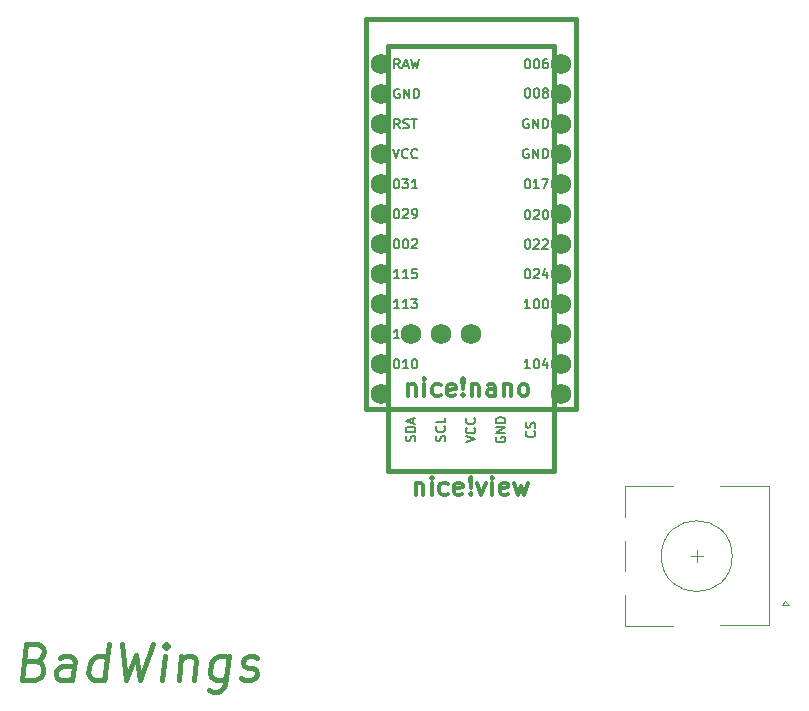
<source format=gbr>
%TF.GenerationSoftware,KiCad,Pcbnew,9.0.5*%
%TF.CreationDate,2025-11-08T17:13:18+10:00*%
%TF.ProjectId,badWingsLeft,62616457-696e-4677-934c-6566742e6b69,v1.0.0*%
%TF.SameCoordinates,Original*%
%TF.FileFunction,Legend,Top*%
%TF.FilePolarity,Positive*%
%FSLAX46Y46*%
G04 Gerber Fmt 4.6, Leading zero omitted, Abs format (unit mm)*
G04 Created by KiCad (PCBNEW 9.0.5) date 2025-11-08 17:13:18*
%MOMM*%
%LPD*%
G01*
G04 APERTURE LIST*
%ADD10C,0.400000*%
%ADD11C,0.300000*%
%ADD12C,0.150000*%
%ADD13C,0.381000*%
%ADD14C,0.120000*%
%ADD15C,1.752600*%
G04 APERTURE END LIST*
D10*
X132530710Y-176468102D02*
X132941424Y-176610959D01*
X132941424Y-176610959D02*
X133066424Y-176753816D01*
X133066424Y-176753816D02*
X133173567Y-177039531D01*
X133173567Y-177039531D02*
X133119995Y-177468102D01*
X133119995Y-177468102D02*
X132941424Y-177753816D01*
X132941424Y-177753816D02*
X132780710Y-177896674D01*
X132780710Y-177896674D02*
X132477138Y-178039531D01*
X132477138Y-178039531D02*
X131334281Y-178039531D01*
X131334281Y-178039531D02*
X131709281Y-175039531D01*
X131709281Y-175039531D02*
X132709281Y-175039531D01*
X132709281Y-175039531D02*
X132977138Y-175182388D01*
X132977138Y-175182388D02*
X133102138Y-175325245D01*
X133102138Y-175325245D02*
X133209281Y-175610959D01*
X133209281Y-175610959D02*
X133173567Y-175896674D01*
X133173567Y-175896674D02*
X132994995Y-176182388D01*
X132994995Y-176182388D02*
X132834281Y-176325245D01*
X132834281Y-176325245D02*
X132530710Y-176468102D01*
X132530710Y-176468102D02*
X131530710Y-176468102D01*
X135619995Y-178039531D02*
X135816424Y-176468102D01*
X135816424Y-176468102D02*
X135709281Y-176182388D01*
X135709281Y-176182388D02*
X135441424Y-176039531D01*
X135441424Y-176039531D02*
X134869995Y-176039531D01*
X134869995Y-176039531D02*
X134566424Y-176182388D01*
X135637853Y-177896674D02*
X135334281Y-178039531D01*
X135334281Y-178039531D02*
X134619995Y-178039531D01*
X134619995Y-178039531D02*
X134352138Y-177896674D01*
X134352138Y-177896674D02*
X134244995Y-177610959D01*
X134244995Y-177610959D02*
X134280710Y-177325245D01*
X134280710Y-177325245D02*
X134459281Y-177039531D01*
X134459281Y-177039531D02*
X134762853Y-176896674D01*
X134762853Y-176896674D02*
X135477138Y-176896674D01*
X135477138Y-176896674D02*
X135780710Y-176753816D01*
X138334281Y-178039531D02*
X138709281Y-175039531D01*
X138352139Y-177896674D02*
X138048567Y-178039531D01*
X138048567Y-178039531D02*
X137477139Y-178039531D01*
X137477139Y-178039531D02*
X137209281Y-177896674D01*
X137209281Y-177896674D02*
X137084281Y-177753816D01*
X137084281Y-177753816D02*
X136977139Y-177468102D01*
X136977139Y-177468102D02*
X137084281Y-176610959D01*
X137084281Y-176610959D02*
X137262853Y-176325245D01*
X137262853Y-176325245D02*
X137423567Y-176182388D01*
X137423567Y-176182388D02*
X137727139Y-176039531D01*
X137727139Y-176039531D02*
X138298567Y-176039531D01*
X138298567Y-176039531D02*
X138566424Y-176182388D01*
X139852139Y-175039531D02*
X140191425Y-178039531D01*
X140191425Y-178039531D02*
X141030710Y-175896674D01*
X141030710Y-175896674D02*
X141334282Y-178039531D01*
X141334282Y-178039531D02*
X142423567Y-175039531D01*
X143191424Y-178039531D02*
X143441424Y-176039531D01*
X143566424Y-175039531D02*
X143405710Y-175182388D01*
X143405710Y-175182388D02*
X143530710Y-175325245D01*
X143530710Y-175325245D02*
X143691424Y-175182388D01*
X143691424Y-175182388D02*
X143566424Y-175039531D01*
X143566424Y-175039531D02*
X143530710Y-175325245D01*
X144869995Y-176039531D02*
X144619995Y-178039531D01*
X144834281Y-176325245D02*
X144994995Y-176182388D01*
X144994995Y-176182388D02*
X145298567Y-176039531D01*
X145298567Y-176039531D02*
X145727138Y-176039531D01*
X145727138Y-176039531D02*
X145994995Y-176182388D01*
X145994995Y-176182388D02*
X146102138Y-176468102D01*
X146102138Y-176468102D02*
X145905709Y-178039531D01*
X148869995Y-176039531D02*
X148566424Y-178468102D01*
X148566424Y-178468102D02*
X148387853Y-178753816D01*
X148387853Y-178753816D02*
X148227138Y-178896674D01*
X148227138Y-178896674D02*
X147923567Y-179039531D01*
X147923567Y-179039531D02*
X147494995Y-179039531D01*
X147494995Y-179039531D02*
X147227138Y-178896674D01*
X148637853Y-177896674D02*
X148334281Y-178039531D01*
X148334281Y-178039531D02*
X147762853Y-178039531D01*
X147762853Y-178039531D02*
X147494995Y-177896674D01*
X147494995Y-177896674D02*
X147369995Y-177753816D01*
X147369995Y-177753816D02*
X147262853Y-177468102D01*
X147262853Y-177468102D02*
X147369995Y-176610959D01*
X147369995Y-176610959D02*
X147548567Y-176325245D01*
X147548567Y-176325245D02*
X147709281Y-176182388D01*
X147709281Y-176182388D02*
X148012853Y-176039531D01*
X148012853Y-176039531D02*
X148584281Y-176039531D01*
X148584281Y-176039531D02*
X148852138Y-176182388D01*
X149923567Y-177896674D02*
X150191424Y-178039531D01*
X150191424Y-178039531D02*
X150762853Y-178039531D01*
X150762853Y-178039531D02*
X151066424Y-177896674D01*
X151066424Y-177896674D02*
X151244996Y-177610959D01*
X151244996Y-177610959D02*
X151262853Y-177468102D01*
X151262853Y-177468102D02*
X151155710Y-177182388D01*
X151155710Y-177182388D02*
X150887853Y-177039531D01*
X150887853Y-177039531D02*
X150459281Y-177039531D01*
X150459281Y-177039531D02*
X150191424Y-176896674D01*
X150191424Y-176896674D02*
X150084281Y-176610959D01*
X150084281Y-176610959D02*
X150102139Y-176468102D01*
X150102139Y-176468102D02*
X150280710Y-176182388D01*
X150280710Y-176182388D02*
X150584281Y-176039531D01*
X150584281Y-176039531D02*
X151012853Y-176039531D01*
X151012853Y-176039531D02*
X151280710Y-176182388D01*
D11*
X164696136Y-161350802D02*
X164696136Y-162350802D01*
X164696136Y-161493659D02*
X164767565Y-161422231D01*
X164767565Y-161422231D02*
X164910422Y-161350802D01*
X164910422Y-161350802D02*
X165124708Y-161350802D01*
X165124708Y-161350802D02*
X165267565Y-161422231D01*
X165267565Y-161422231D02*
X165338994Y-161565088D01*
X165338994Y-161565088D02*
X165338994Y-162350802D01*
X166053279Y-162350802D02*
X166053279Y-161350802D01*
X166053279Y-160850802D02*
X165981851Y-160922231D01*
X165981851Y-160922231D02*
X166053279Y-160993659D01*
X166053279Y-160993659D02*
X166124708Y-160922231D01*
X166124708Y-160922231D02*
X166053279Y-160850802D01*
X166053279Y-160850802D02*
X166053279Y-160993659D01*
X167410423Y-162279374D02*
X167267565Y-162350802D01*
X167267565Y-162350802D02*
X166981851Y-162350802D01*
X166981851Y-162350802D02*
X166838994Y-162279374D01*
X166838994Y-162279374D02*
X166767565Y-162207945D01*
X166767565Y-162207945D02*
X166696137Y-162065088D01*
X166696137Y-162065088D02*
X166696137Y-161636516D01*
X166696137Y-161636516D02*
X166767565Y-161493659D01*
X166767565Y-161493659D02*
X166838994Y-161422231D01*
X166838994Y-161422231D02*
X166981851Y-161350802D01*
X166981851Y-161350802D02*
X167267565Y-161350802D01*
X167267565Y-161350802D02*
X167410423Y-161422231D01*
X168624708Y-162279374D02*
X168481851Y-162350802D01*
X168481851Y-162350802D02*
X168196137Y-162350802D01*
X168196137Y-162350802D02*
X168053279Y-162279374D01*
X168053279Y-162279374D02*
X167981851Y-162136516D01*
X167981851Y-162136516D02*
X167981851Y-161565088D01*
X167981851Y-161565088D02*
X168053279Y-161422231D01*
X168053279Y-161422231D02*
X168196137Y-161350802D01*
X168196137Y-161350802D02*
X168481851Y-161350802D01*
X168481851Y-161350802D02*
X168624708Y-161422231D01*
X168624708Y-161422231D02*
X168696137Y-161565088D01*
X168696137Y-161565088D02*
X168696137Y-161707945D01*
X168696137Y-161707945D02*
X167981851Y-161850802D01*
X169338993Y-162207945D02*
X169410422Y-162279374D01*
X169410422Y-162279374D02*
X169338993Y-162350802D01*
X169338993Y-162350802D02*
X169267565Y-162279374D01*
X169267565Y-162279374D02*
X169338993Y-162207945D01*
X169338993Y-162207945D02*
X169338993Y-162350802D01*
X169338993Y-161779374D02*
X169267565Y-160922231D01*
X169267565Y-160922231D02*
X169338993Y-160850802D01*
X169338993Y-160850802D02*
X169410422Y-160922231D01*
X169410422Y-160922231D02*
X169338993Y-161779374D01*
X169338993Y-161779374D02*
X169338993Y-160850802D01*
X169910422Y-161350802D02*
X170267565Y-162350802D01*
X170267565Y-162350802D02*
X170624708Y-161350802D01*
X171196136Y-162350802D02*
X171196136Y-161350802D01*
X171196136Y-160850802D02*
X171124708Y-160922231D01*
X171124708Y-160922231D02*
X171196136Y-160993659D01*
X171196136Y-160993659D02*
X171267565Y-160922231D01*
X171267565Y-160922231D02*
X171196136Y-160850802D01*
X171196136Y-160850802D02*
X171196136Y-160993659D01*
X172481851Y-162279374D02*
X172338994Y-162350802D01*
X172338994Y-162350802D02*
X172053280Y-162350802D01*
X172053280Y-162350802D02*
X171910422Y-162279374D01*
X171910422Y-162279374D02*
X171838994Y-162136516D01*
X171838994Y-162136516D02*
X171838994Y-161565088D01*
X171838994Y-161565088D02*
X171910422Y-161422231D01*
X171910422Y-161422231D02*
X172053280Y-161350802D01*
X172053280Y-161350802D02*
X172338994Y-161350802D01*
X172338994Y-161350802D02*
X172481851Y-161422231D01*
X172481851Y-161422231D02*
X172553280Y-161565088D01*
X172553280Y-161565088D02*
X172553280Y-161707945D01*
X172553280Y-161707945D02*
X171838994Y-161850802D01*
X173053279Y-161350802D02*
X173338994Y-162350802D01*
X173338994Y-162350802D02*
X173624708Y-161636516D01*
X173624708Y-161636516D02*
X173910422Y-162350802D01*
X173910422Y-162350802D02*
X174196136Y-161350802D01*
D12*
X168937003Y-157939140D02*
X169737003Y-157672473D01*
X169737003Y-157672473D02*
X168937003Y-157405807D01*
X169660812Y-156681997D02*
X169698908Y-156720093D01*
X169698908Y-156720093D02*
X169737003Y-156834378D01*
X169737003Y-156834378D02*
X169737003Y-156910569D01*
X169737003Y-156910569D02*
X169698908Y-157024855D01*
X169698908Y-157024855D02*
X169622717Y-157101045D01*
X169622717Y-157101045D02*
X169546527Y-157139140D01*
X169546527Y-157139140D02*
X169394146Y-157177236D01*
X169394146Y-157177236D02*
X169279860Y-157177236D01*
X169279860Y-157177236D02*
X169127479Y-157139140D01*
X169127479Y-157139140D02*
X169051288Y-157101045D01*
X169051288Y-157101045D02*
X168975098Y-157024855D01*
X168975098Y-157024855D02*
X168937003Y-156910569D01*
X168937003Y-156910569D02*
X168937003Y-156834378D01*
X168937003Y-156834378D02*
X168975098Y-156720093D01*
X168975098Y-156720093D02*
X169013193Y-156681997D01*
X169660812Y-155881997D02*
X169698908Y-155920093D01*
X169698908Y-155920093D02*
X169737003Y-156034378D01*
X169737003Y-156034378D02*
X169737003Y-156110569D01*
X169737003Y-156110569D02*
X169698908Y-156224855D01*
X169698908Y-156224855D02*
X169622717Y-156301045D01*
X169622717Y-156301045D02*
X169546527Y-156339140D01*
X169546527Y-156339140D02*
X169394146Y-156377236D01*
X169394146Y-156377236D02*
X169279860Y-156377236D01*
X169279860Y-156377236D02*
X169127479Y-156339140D01*
X169127479Y-156339140D02*
X169051288Y-156301045D01*
X169051288Y-156301045D02*
X168975098Y-156224855D01*
X168975098Y-156224855D02*
X168937003Y-156110569D01*
X168937003Y-156110569D02*
X168937003Y-156034378D01*
X168937003Y-156034378D02*
X168975098Y-155920093D01*
X168975098Y-155920093D02*
X169013193Y-155881997D01*
X164618908Y-157843902D02*
X164657003Y-157729616D01*
X164657003Y-157729616D02*
X164657003Y-157539140D01*
X164657003Y-157539140D02*
X164618908Y-157462949D01*
X164618908Y-157462949D02*
X164580812Y-157424854D01*
X164580812Y-157424854D02*
X164504622Y-157386759D01*
X164504622Y-157386759D02*
X164428431Y-157386759D01*
X164428431Y-157386759D02*
X164352241Y-157424854D01*
X164352241Y-157424854D02*
X164314146Y-157462949D01*
X164314146Y-157462949D02*
X164276050Y-157539140D01*
X164276050Y-157539140D02*
X164237955Y-157691521D01*
X164237955Y-157691521D02*
X164199860Y-157767711D01*
X164199860Y-157767711D02*
X164161765Y-157805806D01*
X164161765Y-157805806D02*
X164085574Y-157843902D01*
X164085574Y-157843902D02*
X164009384Y-157843902D01*
X164009384Y-157843902D02*
X163933193Y-157805806D01*
X163933193Y-157805806D02*
X163895098Y-157767711D01*
X163895098Y-157767711D02*
X163857003Y-157691521D01*
X163857003Y-157691521D02*
X163857003Y-157501044D01*
X163857003Y-157501044D02*
X163895098Y-157386759D01*
X164657003Y-157043901D02*
X163857003Y-157043901D01*
X163857003Y-157043901D02*
X163857003Y-156853425D01*
X163857003Y-156853425D02*
X163895098Y-156739139D01*
X163895098Y-156739139D02*
X163971288Y-156662949D01*
X163971288Y-156662949D02*
X164047479Y-156624854D01*
X164047479Y-156624854D02*
X164199860Y-156586758D01*
X164199860Y-156586758D02*
X164314146Y-156586758D01*
X164314146Y-156586758D02*
X164466527Y-156624854D01*
X164466527Y-156624854D02*
X164542717Y-156662949D01*
X164542717Y-156662949D02*
X164618908Y-156739139D01*
X164618908Y-156739139D02*
X164657003Y-156853425D01*
X164657003Y-156853425D02*
X164657003Y-157043901D01*
X164428431Y-156281997D02*
X164428431Y-155901044D01*
X164657003Y-156358187D02*
X163857003Y-156091520D01*
X163857003Y-156091520D02*
X164657003Y-155824854D01*
X171515098Y-157481997D02*
X171477003Y-157558187D01*
X171477003Y-157558187D02*
X171477003Y-157672473D01*
X171477003Y-157672473D02*
X171515098Y-157786759D01*
X171515098Y-157786759D02*
X171591288Y-157862949D01*
X171591288Y-157862949D02*
X171667479Y-157901044D01*
X171667479Y-157901044D02*
X171819860Y-157939140D01*
X171819860Y-157939140D02*
X171934146Y-157939140D01*
X171934146Y-157939140D02*
X172086527Y-157901044D01*
X172086527Y-157901044D02*
X172162717Y-157862949D01*
X172162717Y-157862949D02*
X172238908Y-157786759D01*
X172238908Y-157786759D02*
X172277003Y-157672473D01*
X172277003Y-157672473D02*
X172277003Y-157596282D01*
X172277003Y-157596282D02*
X172238908Y-157481997D01*
X172238908Y-157481997D02*
X172200812Y-157443901D01*
X172200812Y-157443901D02*
X171934146Y-157443901D01*
X171934146Y-157443901D02*
X171934146Y-157596282D01*
X172277003Y-157101044D02*
X171477003Y-157101044D01*
X171477003Y-157101044D02*
X172277003Y-156643901D01*
X172277003Y-156643901D02*
X171477003Y-156643901D01*
X172277003Y-156262949D02*
X171477003Y-156262949D01*
X171477003Y-156262949D02*
X171477003Y-156072473D01*
X171477003Y-156072473D02*
X171515098Y-155958187D01*
X171515098Y-155958187D02*
X171591288Y-155881997D01*
X171591288Y-155881997D02*
X171667479Y-155843902D01*
X171667479Y-155843902D02*
X171819860Y-155805806D01*
X171819860Y-155805806D02*
X171934146Y-155805806D01*
X171934146Y-155805806D02*
X172086527Y-155843902D01*
X172086527Y-155843902D02*
X172162717Y-155881997D01*
X172162717Y-155881997D02*
X172238908Y-155958187D01*
X172238908Y-155958187D02*
X172277003Y-156072473D01*
X172277003Y-156072473D02*
X172277003Y-156262949D01*
X167158908Y-157824855D02*
X167197003Y-157710569D01*
X167197003Y-157710569D02*
X167197003Y-157520093D01*
X167197003Y-157520093D02*
X167158908Y-157443902D01*
X167158908Y-157443902D02*
X167120812Y-157405807D01*
X167120812Y-157405807D02*
X167044622Y-157367712D01*
X167044622Y-157367712D02*
X166968431Y-157367712D01*
X166968431Y-157367712D02*
X166892241Y-157405807D01*
X166892241Y-157405807D02*
X166854146Y-157443902D01*
X166854146Y-157443902D02*
X166816050Y-157520093D01*
X166816050Y-157520093D02*
X166777955Y-157672474D01*
X166777955Y-157672474D02*
X166739860Y-157748664D01*
X166739860Y-157748664D02*
X166701765Y-157786759D01*
X166701765Y-157786759D02*
X166625574Y-157824855D01*
X166625574Y-157824855D02*
X166549384Y-157824855D01*
X166549384Y-157824855D02*
X166473193Y-157786759D01*
X166473193Y-157786759D02*
X166435098Y-157748664D01*
X166435098Y-157748664D02*
X166397003Y-157672474D01*
X166397003Y-157672474D02*
X166397003Y-157481997D01*
X166397003Y-157481997D02*
X166435098Y-157367712D01*
X167120812Y-156567711D02*
X167158908Y-156605807D01*
X167158908Y-156605807D02*
X167197003Y-156720092D01*
X167197003Y-156720092D02*
X167197003Y-156796283D01*
X167197003Y-156796283D02*
X167158908Y-156910569D01*
X167158908Y-156910569D02*
X167082717Y-156986759D01*
X167082717Y-156986759D02*
X167006527Y-157024854D01*
X167006527Y-157024854D02*
X166854146Y-157062950D01*
X166854146Y-157062950D02*
X166739860Y-157062950D01*
X166739860Y-157062950D02*
X166587479Y-157024854D01*
X166587479Y-157024854D02*
X166511288Y-156986759D01*
X166511288Y-156986759D02*
X166435098Y-156910569D01*
X166435098Y-156910569D02*
X166397003Y-156796283D01*
X166397003Y-156796283D02*
X166397003Y-156720092D01*
X166397003Y-156720092D02*
X166435098Y-156605807D01*
X166435098Y-156605807D02*
X166473193Y-156567711D01*
X167197003Y-155843902D02*
X167197003Y-156224854D01*
X167197003Y-156224854D02*
X166397003Y-156224854D01*
X174740814Y-157005807D02*
X174778910Y-157043903D01*
X174778910Y-157043903D02*
X174817005Y-157158188D01*
X174817005Y-157158188D02*
X174817005Y-157234379D01*
X174817005Y-157234379D02*
X174778910Y-157348665D01*
X174778910Y-157348665D02*
X174702719Y-157424855D01*
X174702719Y-157424855D02*
X174626529Y-157462950D01*
X174626529Y-157462950D02*
X174474148Y-157501046D01*
X174474148Y-157501046D02*
X174359862Y-157501046D01*
X174359862Y-157501046D02*
X174207481Y-157462950D01*
X174207481Y-157462950D02*
X174131290Y-157424855D01*
X174131290Y-157424855D02*
X174055100Y-157348665D01*
X174055100Y-157348665D02*
X174017005Y-157234379D01*
X174017005Y-157234379D02*
X174017005Y-157158188D01*
X174017005Y-157158188D02*
X174055100Y-157043903D01*
X174055100Y-157043903D02*
X174093195Y-157005807D01*
X174778910Y-156701046D02*
X174817005Y-156586760D01*
X174817005Y-156586760D02*
X174817005Y-156396284D01*
X174817005Y-156396284D02*
X174778910Y-156320093D01*
X174778910Y-156320093D02*
X174740814Y-156281998D01*
X174740814Y-156281998D02*
X174664624Y-156243903D01*
X174664624Y-156243903D02*
X174588433Y-156243903D01*
X174588433Y-156243903D02*
X174512243Y-156281998D01*
X174512243Y-156281998D02*
X174474148Y-156320093D01*
X174474148Y-156320093D02*
X174436052Y-156396284D01*
X174436052Y-156396284D02*
X174397957Y-156548665D01*
X174397957Y-156548665D02*
X174359862Y-156624855D01*
X174359862Y-156624855D02*
X174321767Y-156662950D01*
X174321767Y-156662950D02*
X174245576Y-156701046D01*
X174245576Y-156701046D02*
X174169386Y-156701046D01*
X174169386Y-156701046D02*
X174093195Y-156662950D01*
X174093195Y-156662950D02*
X174055100Y-156624855D01*
X174055100Y-156624855D02*
X174017005Y-156548665D01*
X174017005Y-156548665D02*
X174017005Y-156358188D01*
X174017005Y-156358188D02*
X174055100Y-156243903D01*
X163348612Y-126264764D02*
X163081945Y-125883811D01*
X162891469Y-126264764D02*
X162891469Y-125464764D01*
X162891469Y-125464764D02*
X163196231Y-125464764D01*
X163196231Y-125464764D02*
X163272421Y-125502859D01*
X163272421Y-125502859D02*
X163310516Y-125540954D01*
X163310516Y-125540954D02*
X163348612Y-125617145D01*
X163348612Y-125617145D02*
X163348612Y-125731430D01*
X163348612Y-125731430D02*
X163310516Y-125807621D01*
X163310516Y-125807621D02*
X163272421Y-125845716D01*
X163272421Y-125845716D02*
X163196231Y-125883811D01*
X163196231Y-125883811D02*
X162891469Y-125883811D01*
X163653373Y-126036192D02*
X164034326Y-126036192D01*
X163577183Y-126264764D02*
X163843850Y-125464764D01*
X163843850Y-125464764D02*
X164110516Y-126264764D01*
X164300992Y-125464764D02*
X164491468Y-126264764D01*
X164491468Y-126264764D02*
X164643849Y-125693335D01*
X164643849Y-125693335D02*
X164796230Y-126264764D01*
X164796230Y-126264764D02*
X164986707Y-125464764D01*
X174378564Y-151664764D02*
X173921421Y-151664764D01*
X174149993Y-151664764D02*
X174149993Y-150864764D01*
X174149993Y-150864764D02*
X174073802Y-150979049D01*
X174073802Y-150979049D02*
X173997612Y-151055240D01*
X173997612Y-151055240D02*
X173921421Y-151093335D01*
X174873803Y-150864764D02*
X174949993Y-150864764D01*
X174949993Y-150864764D02*
X175026184Y-150902859D01*
X175026184Y-150902859D02*
X175064279Y-150940954D01*
X175064279Y-150940954D02*
X175102374Y-151017145D01*
X175102374Y-151017145D02*
X175140469Y-151169526D01*
X175140469Y-151169526D02*
X175140469Y-151360002D01*
X175140469Y-151360002D02*
X175102374Y-151512383D01*
X175102374Y-151512383D02*
X175064279Y-151588573D01*
X175064279Y-151588573D02*
X175026184Y-151626669D01*
X175026184Y-151626669D02*
X174949993Y-151664764D01*
X174949993Y-151664764D02*
X174873803Y-151664764D01*
X174873803Y-151664764D02*
X174797612Y-151626669D01*
X174797612Y-151626669D02*
X174759517Y-151588573D01*
X174759517Y-151588573D02*
X174721422Y-151512383D01*
X174721422Y-151512383D02*
X174683326Y-151360002D01*
X174683326Y-151360002D02*
X174683326Y-151169526D01*
X174683326Y-151169526D02*
X174721422Y-151017145D01*
X174721422Y-151017145D02*
X174759517Y-150940954D01*
X174759517Y-150940954D02*
X174797612Y-150902859D01*
X174797612Y-150902859D02*
X174873803Y-150864764D01*
X175826184Y-151131430D02*
X175826184Y-151664764D01*
X175635708Y-150826669D02*
X175445231Y-151398097D01*
X175445231Y-151398097D02*
X175940470Y-151398097D01*
X174226184Y-133122859D02*
X174149994Y-133084764D01*
X174149994Y-133084764D02*
X174035708Y-133084764D01*
X174035708Y-133084764D02*
X173921422Y-133122859D01*
X173921422Y-133122859D02*
X173845232Y-133199049D01*
X173845232Y-133199049D02*
X173807137Y-133275240D01*
X173807137Y-133275240D02*
X173769041Y-133427621D01*
X173769041Y-133427621D02*
X173769041Y-133541907D01*
X173769041Y-133541907D02*
X173807137Y-133694288D01*
X173807137Y-133694288D02*
X173845232Y-133770478D01*
X173845232Y-133770478D02*
X173921422Y-133846669D01*
X173921422Y-133846669D02*
X174035708Y-133884764D01*
X174035708Y-133884764D02*
X174111899Y-133884764D01*
X174111899Y-133884764D02*
X174226184Y-133846669D01*
X174226184Y-133846669D02*
X174264280Y-133808573D01*
X174264280Y-133808573D02*
X174264280Y-133541907D01*
X174264280Y-133541907D02*
X174111899Y-133541907D01*
X174607137Y-133884764D02*
X174607137Y-133084764D01*
X174607137Y-133084764D02*
X175064280Y-133884764D01*
X175064280Y-133884764D02*
X175064280Y-133084764D01*
X175445232Y-133884764D02*
X175445232Y-133084764D01*
X175445232Y-133084764D02*
X175635708Y-133084764D01*
X175635708Y-133084764D02*
X175749994Y-133122859D01*
X175749994Y-133122859D02*
X175826184Y-133199049D01*
X175826184Y-133199049D02*
X175864279Y-133275240D01*
X175864279Y-133275240D02*
X175902375Y-133427621D01*
X175902375Y-133427621D02*
X175902375Y-133541907D01*
X175902375Y-133541907D02*
X175864279Y-133694288D01*
X175864279Y-133694288D02*
X175826184Y-133770478D01*
X175826184Y-133770478D02*
X175749994Y-133846669D01*
X175749994Y-133846669D02*
X175635708Y-133884764D01*
X175635708Y-133884764D02*
X175445232Y-133884764D01*
X163304186Y-144044767D02*
X162847043Y-144044767D01*
X163075615Y-144044767D02*
X163075615Y-143244767D01*
X163075615Y-143244767D02*
X162999424Y-143359052D01*
X162999424Y-143359052D02*
X162923234Y-143435243D01*
X162923234Y-143435243D02*
X162847043Y-143473338D01*
X164066091Y-144044767D02*
X163608948Y-144044767D01*
X163837520Y-144044767D02*
X163837520Y-143244767D01*
X163837520Y-143244767D02*
X163761329Y-143359052D01*
X163761329Y-143359052D02*
X163685139Y-143435243D01*
X163685139Y-143435243D02*
X163608948Y-143473338D01*
X164789901Y-143244767D02*
X164408949Y-143244767D01*
X164408949Y-143244767D02*
X164370853Y-143625719D01*
X164370853Y-143625719D02*
X164408949Y-143587624D01*
X164408949Y-143587624D02*
X164485139Y-143549529D01*
X164485139Y-143549529D02*
X164675615Y-143549529D01*
X164675615Y-143549529D02*
X164751806Y-143587624D01*
X164751806Y-143587624D02*
X164789901Y-143625719D01*
X164789901Y-143625719D02*
X164827996Y-143701910D01*
X164827996Y-143701910D02*
X164827996Y-143892386D01*
X164827996Y-143892386D02*
X164789901Y-143968576D01*
X164789901Y-143968576D02*
X164751806Y-144006672D01*
X164751806Y-144006672D02*
X164675615Y-144044767D01*
X164675615Y-144044767D02*
X164485139Y-144044767D01*
X164485139Y-144044767D02*
X164408949Y-144006672D01*
X164408949Y-144006672D02*
X164370853Y-143968576D01*
X174111898Y-135634764D02*
X174188088Y-135634764D01*
X174188088Y-135634764D02*
X174264279Y-135672859D01*
X174264279Y-135672859D02*
X174302374Y-135710954D01*
X174302374Y-135710954D02*
X174340469Y-135787145D01*
X174340469Y-135787145D02*
X174378564Y-135939526D01*
X174378564Y-135939526D02*
X174378564Y-136130002D01*
X174378564Y-136130002D02*
X174340469Y-136282383D01*
X174340469Y-136282383D02*
X174302374Y-136358573D01*
X174302374Y-136358573D02*
X174264279Y-136396669D01*
X174264279Y-136396669D02*
X174188088Y-136434764D01*
X174188088Y-136434764D02*
X174111898Y-136434764D01*
X174111898Y-136434764D02*
X174035707Y-136396669D01*
X174035707Y-136396669D02*
X173997612Y-136358573D01*
X173997612Y-136358573D02*
X173959517Y-136282383D01*
X173959517Y-136282383D02*
X173921421Y-136130002D01*
X173921421Y-136130002D02*
X173921421Y-135939526D01*
X173921421Y-135939526D02*
X173959517Y-135787145D01*
X173959517Y-135787145D02*
X173997612Y-135710954D01*
X173997612Y-135710954D02*
X174035707Y-135672859D01*
X174035707Y-135672859D02*
X174111898Y-135634764D01*
X175140469Y-136434764D02*
X174683326Y-136434764D01*
X174911898Y-136434764D02*
X174911898Y-135634764D01*
X174911898Y-135634764D02*
X174835707Y-135749049D01*
X174835707Y-135749049D02*
X174759517Y-135825240D01*
X174759517Y-135825240D02*
X174683326Y-135863335D01*
X175407136Y-135634764D02*
X175940470Y-135634764D01*
X175940470Y-135634764D02*
X175597612Y-136434764D01*
X174226183Y-130582857D02*
X174149993Y-130544762D01*
X174149993Y-130544762D02*
X174035707Y-130544762D01*
X174035707Y-130544762D02*
X173921421Y-130582857D01*
X173921421Y-130582857D02*
X173845231Y-130659047D01*
X173845231Y-130659047D02*
X173807136Y-130735238D01*
X173807136Y-130735238D02*
X173769040Y-130887619D01*
X173769040Y-130887619D02*
X173769040Y-131001905D01*
X173769040Y-131001905D02*
X173807136Y-131154286D01*
X173807136Y-131154286D02*
X173845231Y-131230476D01*
X173845231Y-131230476D02*
X173921421Y-131306667D01*
X173921421Y-131306667D02*
X174035707Y-131344762D01*
X174035707Y-131344762D02*
X174111898Y-131344762D01*
X174111898Y-131344762D02*
X174226183Y-131306667D01*
X174226183Y-131306667D02*
X174264279Y-131268571D01*
X174264279Y-131268571D02*
X174264279Y-131001905D01*
X174264279Y-131001905D02*
X174111898Y-131001905D01*
X174607136Y-131344762D02*
X174607136Y-130544762D01*
X174607136Y-130544762D02*
X175064279Y-131344762D01*
X175064279Y-131344762D02*
X175064279Y-130544762D01*
X175445231Y-131344762D02*
X175445231Y-130544762D01*
X175445231Y-130544762D02*
X175635707Y-130544762D01*
X175635707Y-130544762D02*
X175749993Y-130582857D01*
X175749993Y-130582857D02*
X175826183Y-130659047D01*
X175826183Y-130659047D02*
X175864278Y-130735238D01*
X175864278Y-130735238D02*
X175902374Y-130887619D01*
X175902374Y-130887619D02*
X175902374Y-131001905D01*
X175902374Y-131001905D02*
X175864278Y-131154286D01*
X175864278Y-131154286D02*
X175826183Y-131230476D01*
X175826183Y-131230476D02*
X175749993Y-131306667D01*
X175749993Y-131306667D02*
X175635707Y-131344762D01*
X175635707Y-131344762D02*
X175445231Y-131344762D01*
X163037522Y-135624764D02*
X163113712Y-135624764D01*
X163113712Y-135624764D02*
X163189903Y-135662859D01*
X163189903Y-135662859D02*
X163227998Y-135700954D01*
X163227998Y-135700954D02*
X163266093Y-135777145D01*
X163266093Y-135777145D02*
X163304188Y-135929526D01*
X163304188Y-135929526D02*
X163304188Y-136120002D01*
X163304188Y-136120002D02*
X163266093Y-136272383D01*
X163266093Y-136272383D02*
X163227998Y-136348573D01*
X163227998Y-136348573D02*
X163189903Y-136386669D01*
X163189903Y-136386669D02*
X163113712Y-136424764D01*
X163113712Y-136424764D02*
X163037522Y-136424764D01*
X163037522Y-136424764D02*
X162961331Y-136386669D01*
X162961331Y-136386669D02*
X162923236Y-136348573D01*
X162923236Y-136348573D02*
X162885141Y-136272383D01*
X162885141Y-136272383D02*
X162847045Y-136120002D01*
X162847045Y-136120002D02*
X162847045Y-135929526D01*
X162847045Y-135929526D02*
X162885141Y-135777145D01*
X162885141Y-135777145D02*
X162923236Y-135700954D01*
X162923236Y-135700954D02*
X162961331Y-135662859D01*
X162961331Y-135662859D02*
X163037522Y-135624764D01*
X163570855Y-135624764D02*
X164066093Y-135624764D01*
X164066093Y-135624764D02*
X163799427Y-135929526D01*
X163799427Y-135929526D02*
X163913712Y-135929526D01*
X163913712Y-135929526D02*
X163989903Y-135967621D01*
X163989903Y-135967621D02*
X164027998Y-136005716D01*
X164027998Y-136005716D02*
X164066093Y-136081907D01*
X164066093Y-136081907D02*
X164066093Y-136272383D01*
X164066093Y-136272383D02*
X164027998Y-136348573D01*
X164027998Y-136348573D02*
X163989903Y-136386669D01*
X163989903Y-136386669D02*
X163913712Y-136424764D01*
X163913712Y-136424764D02*
X163685141Y-136424764D01*
X163685141Y-136424764D02*
X163608950Y-136386669D01*
X163608950Y-136386669D02*
X163570855Y-136348573D01*
X164827998Y-136424764D02*
X164370855Y-136424764D01*
X164599427Y-136424764D02*
X164599427Y-135624764D01*
X164599427Y-135624764D02*
X164523236Y-135739049D01*
X164523236Y-135739049D02*
X164447046Y-135815240D01*
X164447046Y-135815240D02*
X164370855Y-135853335D01*
X174111898Y-143244764D02*
X174188088Y-143244764D01*
X174188088Y-143244764D02*
X174264279Y-143282859D01*
X174264279Y-143282859D02*
X174302374Y-143320954D01*
X174302374Y-143320954D02*
X174340469Y-143397145D01*
X174340469Y-143397145D02*
X174378564Y-143549526D01*
X174378564Y-143549526D02*
X174378564Y-143740002D01*
X174378564Y-143740002D02*
X174340469Y-143892383D01*
X174340469Y-143892383D02*
X174302374Y-143968573D01*
X174302374Y-143968573D02*
X174264279Y-144006669D01*
X174264279Y-144006669D02*
X174188088Y-144044764D01*
X174188088Y-144044764D02*
X174111898Y-144044764D01*
X174111898Y-144044764D02*
X174035707Y-144006669D01*
X174035707Y-144006669D02*
X173997612Y-143968573D01*
X173997612Y-143968573D02*
X173959517Y-143892383D01*
X173959517Y-143892383D02*
X173921421Y-143740002D01*
X173921421Y-143740002D02*
X173921421Y-143549526D01*
X173921421Y-143549526D02*
X173959517Y-143397145D01*
X173959517Y-143397145D02*
X173997612Y-143320954D01*
X173997612Y-143320954D02*
X174035707Y-143282859D01*
X174035707Y-143282859D02*
X174111898Y-143244764D01*
X174683326Y-143320954D02*
X174721422Y-143282859D01*
X174721422Y-143282859D02*
X174797612Y-143244764D01*
X174797612Y-143244764D02*
X174988088Y-143244764D01*
X174988088Y-143244764D02*
X175064279Y-143282859D01*
X175064279Y-143282859D02*
X175102374Y-143320954D01*
X175102374Y-143320954D02*
X175140469Y-143397145D01*
X175140469Y-143397145D02*
X175140469Y-143473335D01*
X175140469Y-143473335D02*
X175102374Y-143587621D01*
X175102374Y-143587621D02*
X174645231Y-144044764D01*
X174645231Y-144044764D02*
X175140469Y-144044764D01*
X175826184Y-143511430D02*
X175826184Y-144044764D01*
X175635708Y-143206669D02*
X175445231Y-143778097D01*
X175445231Y-143778097D02*
X175940470Y-143778097D01*
X163304183Y-149124764D02*
X162847040Y-149124764D01*
X163075612Y-149124764D02*
X163075612Y-148324764D01*
X163075612Y-148324764D02*
X162999421Y-148439049D01*
X162999421Y-148439049D02*
X162923231Y-148515240D01*
X162923231Y-148515240D02*
X162847040Y-148553335D01*
X164066088Y-149124764D02*
X163608945Y-149124764D01*
X163837517Y-149124764D02*
X163837517Y-148324764D01*
X163837517Y-148324764D02*
X163761326Y-148439049D01*
X163761326Y-148439049D02*
X163685136Y-148515240D01*
X163685136Y-148515240D02*
X163608945Y-148553335D01*
X164827993Y-149124764D02*
X164370850Y-149124764D01*
X164599422Y-149124764D02*
X164599422Y-148324764D01*
X164599422Y-148324764D02*
X164523231Y-148439049D01*
X164523231Y-148439049D02*
X164447041Y-148515240D01*
X164447041Y-148515240D02*
X164370850Y-148553335D01*
X174111896Y-125464764D02*
X174188086Y-125464764D01*
X174188086Y-125464764D02*
X174264277Y-125502859D01*
X174264277Y-125502859D02*
X174302372Y-125540954D01*
X174302372Y-125540954D02*
X174340467Y-125617145D01*
X174340467Y-125617145D02*
X174378562Y-125769526D01*
X174378562Y-125769526D02*
X174378562Y-125960002D01*
X174378562Y-125960002D02*
X174340467Y-126112383D01*
X174340467Y-126112383D02*
X174302372Y-126188573D01*
X174302372Y-126188573D02*
X174264277Y-126226669D01*
X174264277Y-126226669D02*
X174188086Y-126264764D01*
X174188086Y-126264764D02*
X174111896Y-126264764D01*
X174111896Y-126264764D02*
X174035705Y-126226669D01*
X174035705Y-126226669D02*
X173997610Y-126188573D01*
X173997610Y-126188573D02*
X173959515Y-126112383D01*
X173959515Y-126112383D02*
X173921419Y-125960002D01*
X173921419Y-125960002D02*
X173921419Y-125769526D01*
X173921419Y-125769526D02*
X173959515Y-125617145D01*
X173959515Y-125617145D02*
X173997610Y-125540954D01*
X173997610Y-125540954D02*
X174035705Y-125502859D01*
X174035705Y-125502859D02*
X174111896Y-125464764D01*
X174873801Y-125464764D02*
X174949991Y-125464764D01*
X174949991Y-125464764D02*
X175026182Y-125502859D01*
X175026182Y-125502859D02*
X175064277Y-125540954D01*
X175064277Y-125540954D02*
X175102372Y-125617145D01*
X175102372Y-125617145D02*
X175140467Y-125769526D01*
X175140467Y-125769526D02*
X175140467Y-125960002D01*
X175140467Y-125960002D02*
X175102372Y-126112383D01*
X175102372Y-126112383D02*
X175064277Y-126188573D01*
X175064277Y-126188573D02*
X175026182Y-126226669D01*
X175026182Y-126226669D02*
X174949991Y-126264764D01*
X174949991Y-126264764D02*
X174873801Y-126264764D01*
X174873801Y-126264764D02*
X174797610Y-126226669D01*
X174797610Y-126226669D02*
X174759515Y-126188573D01*
X174759515Y-126188573D02*
X174721420Y-126112383D01*
X174721420Y-126112383D02*
X174683324Y-125960002D01*
X174683324Y-125960002D02*
X174683324Y-125769526D01*
X174683324Y-125769526D02*
X174721420Y-125617145D01*
X174721420Y-125617145D02*
X174759515Y-125540954D01*
X174759515Y-125540954D02*
X174797610Y-125502859D01*
X174797610Y-125502859D02*
X174873801Y-125464764D01*
X175826182Y-125464764D02*
X175673801Y-125464764D01*
X175673801Y-125464764D02*
X175597610Y-125502859D01*
X175597610Y-125502859D02*
X175559515Y-125540954D01*
X175559515Y-125540954D02*
X175483325Y-125655240D01*
X175483325Y-125655240D02*
X175445229Y-125807621D01*
X175445229Y-125807621D02*
X175445229Y-126112383D01*
X175445229Y-126112383D02*
X175483325Y-126188573D01*
X175483325Y-126188573D02*
X175521420Y-126226669D01*
X175521420Y-126226669D02*
X175597610Y-126264764D01*
X175597610Y-126264764D02*
X175749991Y-126264764D01*
X175749991Y-126264764D02*
X175826182Y-126226669D01*
X175826182Y-126226669D02*
X175864277Y-126188573D01*
X175864277Y-126188573D02*
X175902372Y-126112383D01*
X175902372Y-126112383D02*
X175902372Y-125921907D01*
X175902372Y-125921907D02*
X175864277Y-125845716D01*
X175864277Y-125845716D02*
X175826182Y-125807621D01*
X175826182Y-125807621D02*
X175749991Y-125769526D01*
X175749991Y-125769526D02*
X175597610Y-125769526D01*
X175597610Y-125769526D02*
X175521420Y-125807621D01*
X175521420Y-125807621D02*
X175483325Y-125845716D01*
X175483325Y-125845716D02*
X175445229Y-125921907D01*
D11*
X164084993Y-153012796D02*
X164084993Y-154012796D01*
X164084993Y-153155653D02*
X164156422Y-153084225D01*
X164156422Y-153084225D02*
X164299279Y-153012796D01*
X164299279Y-153012796D02*
X164513565Y-153012796D01*
X164513565Y-153012796D02*
X164656422Y-153084225D01*
X164656422Y-153084225D02*
X164727851Y-153227082D01*
X164727851Y-153227082D02*
X164727851Y-154012796D01*
X165442136Y-154012796D02*
X165442136Y-153012796D01*
X165442136Y-152512796D02*
X165370708Y-152584225D01*
X165370708Y-152584225D02*
X165442136Y-152655653D01*
X165442136Y-152655653D02*
X165513565Y-152584225D01*
X165513565Y-152584225D02*
X165442136Y-152512796D01*
X165442136Y-152512796D02*
X165442136Y-152655653D01*
X166799280Y-153941368D02*
X166656422Y-154012796D01*
X166656422Y-154012796D02*
X166370708Y-154012796D01*
X166370708Y-154012796D02*
X166227851Y-153941368D01*
X166227851Y-153941368D02*
X166156422Y-153869939D01*
X166156422Y-153869939D02*
X166084994Y-153727082D01*
X166084994Y-153727082D02*
X166084994Y-153298510D01*
X166084994Y-153298510D02*
X166156422Y-153155653D01*
X166156422Y-153155653D02*
X166227851Y-153084225D01*
X166227851Y-153084225D02*
X166370708Y-153012796D01*
X166370708Y-153012796D02*
X166656422Y-153012796D01*
X166656422Y-153012796D02*
X166799280Y-153084225D01*
X168013565Y-153941368D02*
X167870708Y-154012796D01*
X167870708Y-154012796D02*
X167584994Y-154012796D01*
X167584994Y-154012796D02*
X167442136Y-153941368D01*
X167442136Y-153941368D02*
X167370708Y-153798510D01*
X167370708Y-153798510D02*
X167370708Y-153227082D01*
X167370708Y-153227082D02*
X167442136Y-153084225D01*
X167442136Y-153084225D02*
X167584994Y-153012796D01*
X167584994Y-153012796D02*
X167870708Y-153012796D01*
X167870708Y-153012796D02*
X168013565Y-153084225D01*
X168013565Y-153084225D02*
X168084994Y-153227082D01*
X168084994Y-153227082D02*
X168084994Y-153369939D01*
X168084994Y-153369939D02*
X167370708Y-153512796D01*
X168727850Y-153869939D02*
X168799279Y-153941368D01*
X168799279Y-153941368D02*
X168727850Y-154012796D01*
X168727850Y-154012796D02*
X168656422Y-153941368D01*
X168656422Y-153941368D02*
X168727850Y-153869939D01*
X168727850Y-153869939D02*
X168727850Y-154012796D01*
X168727850Y-153441368D02*
X168656422Y-152584225D01*
X168656422Y-152584225D02*
X168727850Y-152512796D01*
X168727850Y-152512796D02*
X168799279Y-152584225D01*
X168799279Y-152584225D02*
X168727850Y-153441368D01*
X168727850Y-153441368D02*
X168727850Y-152512796D01*
X169442136Y-153012796D02*
X169442136Y-154012796D01*
X169442136Y-153155653D02*
X169513565Y-153084225D01*
X169513565Y-153084225D02*
X169656422Y-153012796D01*
X169656422Y-153012796D02*
X169870708Y-153012796D01*
X169870708Y-153012796D02*
X170013565Y-153084225D01*
X170013565Y-153084225D02*
X170084994Y-153227082D01*
X170084994Y-153227082D02*
X170084994Y-154012796D01*
X171442137Y-154012796D02*
X171442137Y-153227082D01*
X171442137Y-153227082D02*
X171370708Y-153084225D01*
X171370708Y-153084225D02*
X171227851Y-153012796D01*
X171227851Y-153012796D02*
X170942137Y-153012796D01*
X170942137Y-153012796D02*
X170799279Y-153084225D01*
X171442137Y-153941368D02*
X171299279Y-154012796D01*
X171299279Y-154012796D02*
X170942137Y-154012796D01*
X170942137Y-154012796D02*
X170799279Y-153941368D01*
X170799279Y-153941368D02*
X170727851Y-153798510D01*
X170727851Y-153798510D02*
X170727851Y-153655653D01*
X170727851Y-153655653D02*
X170799279Y-153512796D01*
X170799279Y-153512796D02*
X170942137Y-153441368D01*
X170942137Y-153441368D02*
X171299279Y-153441368D01*
X171299279Y-153441368D02*
X171442137Y-153369939D01*
X172156422Y-153012796D02*
X172156422Y-154012796D01*
X172156422Y-153155653D02*
X172227851Y-153084225D01*
X172227851Y-153084225D02*
X172370708Y-153012796D01*
X172370708Y-153012796D02*
X172584994Y-153012796D01*
X172584994Y-153012796D02*
X172727851Y-153084225D01*
X172727851Y-153084225D02*
X172799280Y-153227082D01*
X172799280Y-153227082D02*
X172799280Y-154012796D01*
X173727851Y-154012796D02*
X173584994Y-153941368D01*
X173584994Y-153941368D02*
X173513565Y-153869939D01*
X173513565Y-153869939D02*
X173442137Y-153727082D01*
X173442137Y-153727082D02*
X173442137Y-153298510D01*
X173442137Y-153298510D02*
X173513565Y-153155653D01*
X173513565Y-153155653D02*
X173584994Y-153084225D01*
X173584994Y-153084225D02*
X173727851Y-153012796D01*
X173727851Y-153012796D02*
X173942137Y-153012796D01*
X173942137Y-153012796D02*
X174084994Y-153084225D01*
X174084994Y-153084225D02*
X174156423Y-153155653D01*
X174156423Y-153155653D02*
X174227851Y-153298510D01*
X174227851Y-153298510D02*
X174227851Y-153727082D01*
X174227851Y-153727082D02*
X174156423Y-153869939D01*
X174156423Y-153869939D02*
X174084994Y-153941368D01*
X174084994Y-153941368D02*
X173942137Y-154012796D01*
X173942137Y-154012796D02*
X173727851Y-154012796D01*
D12*
X163304174Y-146584765D02*
X162847031Y-146584765D01*
X163075603Y-146584765D02*
X163075603Y-145784765D01*
X163075603Y-145784765D02*
X162999412Y-145899050D01*
X162999412Y-145899050D02*
X162923222Y-145975241D01*
X162923222Y-145975241D02*
X162847031Y-146013336D01*
X164066079Y-146584765D02*
X163608936Y-146584765D01*
X163837508Y-146584765D02*
X163837508Y-145784765D01*
X163837508Y-145784765D02*
X163761317Y-145899050D01*
X163761317Y-145899050D02*
X163685127Y-145975241D01*
X163685127Y-145975241D02*
X163608936Y-146013336D01*
X164332746Y-145784765D02*
X164827984Y-145784765D01*
X164827984Y-145784765D02*
X164561318Y-146089527D01*
X164561318Y-146089527D02*
X164675603Y-146089527D01*
X164675603Y-146089527D02*
X164751794Y-146127622D01*
X164751794Y-146127622D02*
X164789889Y-146165717D01*
X164789889Y-146165717D02*
X164827984Y-146241908D01*
X164827984Y-146241908D02*
X164827984Y-146432384D01*
X164827984Y-146432384D02*
X164789889Y-146508574D01*
X164789889Y-146508574D02*
X164751794Y-146546670D01*
X164751794Y-146546670D02*
X164675603Y-146584765D01*
X164675603Y-146584765D02*
X164447032Y-146584765D01*
X164447032Y-146584765D02*
X164370841Y-146546670D01*
X164370841Y-146546670D02*
X164332746Y-146508574D01*
X163037517Y-140704764D02*
X163113707Y-140704764D01*
X163113707Y-140704764D02*
X163189898Y-140742859D01*
X163189898Y-140742859D02*
X163227993Y-140780954D01*
X163227993Y-140780954D02*
X163266088Y-140857145D01*
X163266088Y-140857145D02*
X163304183Y-141009526D01*
X163304183Y-141009526D02*
X163304183Y-141200002D01*
X163304183Y-141200002D02*
X163266088Y-141352383D01*
X163266088Y-141352383D02*
X163227993Y-141428573D01*
X163227993Y-141428573D02*
X163189898Y-141466669D01*
X163189898Y-141466669D02*
X163113707Y-141504764D01*
X163113707Y-141504764D02*
X163037517Y-141504764D01*
X163037517Y-141504764D02*
X162961326Y-141466669D01*
X162961326Y-141466669D02*
X162923231Y-141428573D01*
X162923231Y-141428573D02*
X162885136Y-141352383D01*
X162885136Y-141352383D02*
X162847040Y-141200002D01*
X162847040Y-141200002D02*
X162847040Y-141009526D01*
X162847040Y-141009526D02*
X162885136Y-140857145D01*
X162885136Y-140857145D02*
X162923231Y-140780954D01*
X162923231Y-140780954D02*
X162961326Y-140742859D01*
X162961326Y-140742859D02*
X163037517Y-140704764D01*
X163799422Y-140704764D02*
X163875612Y-140704764D01*
X163875612Y-140704764D02*
X163951803Y-140742859D01*
X163951803Y-140742859D02*
X163989898Y-140780954D01*
X163989898Y-140780954D02*
X164027993Y-140857145D01*
X164027993Y-140857145D02*
X164066088Y-141009526D01*
X164066088Y-141009526D02*
X164066088Y-141200002D01*
X164066088Y-141200002D02*
X164027993Y-141352383D01*
X164027993Y-141352383D02*
X163989898Y-141428573D01*
X163989898Y-141428573D02*
X163951803Y-141466669D01*
X163951803Y-141466669D02*
X163875612Y-141504764D01*
X163875612Y-141504764D02*
X163799422Y-141504764D01*
X163799422Y-141504764D02*
X163723231Y-141466669D01*
X163723231Y-141466669D02*
X163685136Y-141428573D01*
X163685136Y-141428573D02*
X163647041Y-141352383D01*
X163647041Y-141352383D02*
X163608945Y-141200002D01*
X163608945Y-141200002D02*
X163608945Y-141009526D01*
X163608945Y-141009526D02*
X163647041Y-140857145D01*
X163647041Y-140857145D02*
X163685136Y-140780954D01*
X163685136Y-140780954D02*
X163723231Y-140742859D01*
X163723231Y-140742859D02*
X163799422Y-140704764D01*
X164370850Y-140780954D02*
X164408946Y-140742859D01*
X164408946Y-140742859D02*
X164485136Y-140704764D01*
X164485136Y-140704764D02*
X164675612Y-140704764D01*
X164675612Y-140704764D02*
X164751803Y-140742859D01*
X164751803Y-140742859D02*
X164789898Y-140780954D01*
X164789898Y-140780954D02*
X164827993Y-140857145D01*
X164827993Y-140857145D02*
X164827993Y-140933335D01*
X164827993Y-140933335D02*
X164789898Y-141047621D01*
X164789898Y-141047621D02*
X164332755Y-141504764D01*
X164332755Y-141504764D02*
X164827993Y-141504764D01*
X163348613Y-131344764D02*
X163081946Y-130963811D01*
X162891470Y-131344764D02*
X162891470Y-130544764D01*
X162891470Y-130544764D02*
X163196232Y-130544764D01*
X163196232Y-130544764D02*
X163272422Y-130582859D01*
X163272422Y-130582859D02*
X163310517Y-130620954D01*
X163310517Y-130620954D02*
X163348613Y-130697145D01*
X163348613Y-130697145D02*
X163348613Y-130811430D01*
X163348613Y-130811430D02*
X163310517Y-130887621D01*
X163310517Y-130887621D02*
X163272422Y-130925716D01*
X163272422Y-130925716D02*
X163196232Y-130963811D01*
X163196232Y-130963811D02*
X162891470Y-130963811D01*
X163653374Y-131306669D02*
X163767660Y-131344764D01*
X163767660Y-131344764D02*
X163958136Y-131344764D01*
X163958136Y-131344764D02*
X164034327Y-131306669D01*
X164034327Y-131306669D02*
X164072422Y-131268573D01*
X164072422Y-131268573D02*
X164110517Y-131192383D01*
X164110517Y-131192383D02*
X164110517Y-131116192D01*
X164110517Y-131116192D02*
X164072422Y-131040002D01*
X164072422Y-131040002D02*
X164034327Y-131001907D01*
X164034327Y-131001907D02*
X163958136Y-130963811D01*
X163958136Y-130963811D02*
X163805755Y-130925716D01*
X163805755Y-130925716D02*
X163729565Y-130887621D01*
X163729565Y-130887621D02*
X163691470Y-130849526D01*
X163691470Y-130849526D02*
X163653374Y-130773335D01*
X163653374Y-130773335D02*
X163653374Y-130697145D01*
X163653374Y-130697145D02*
X163691470Y-130620954D01*
X163691470Y-130620954D02*
X163729565Y-130582859D01*
X163729565Y-130582859D02*
X163805755Y-130544764D01*
X163805755Y-130544764D02*
X163996232Y-130544764D01*
X163996232Y-130544764D02*
X164110517Y-130582859D01*
X164339089Y-130544764D02*
X164796232Y-130544764D01*
X164567660Y-131344764D02*
X164567660Y-130544764D01*
X174111897Y-127934764D02*
X174188087Y-127934764D01*
X174188087Y-127934764D02*
X174264278Y-127972859D01*
X174264278Y-127972859D02*
X174302373Y-128010954D01*
X174302373Y-128010954D02*
X174340468Y-128087145D01*
X174340468Y-128087145D02*
X174378563Y-128239526D01*
X174378563Y-128239526D02*
X174378563Y-128430002D01*
X174378563Y-128430002D02*
X174340468Y-128582383D01*
X174340468Y-128582383D02*
X174302373Y-128658573D01*
X174302373Y-128658573D02*
X174264278Y-128696669D01*
X174264278Y-128696669D02*
X174188087Y-128734764D01*
X174188087Y-128734764D02*
X174111897Y-128734764D01*
X174111897Y-128734764D02*
X174035706Y-128696669D01*
X174035706Y-128696669D02*
X173997611Y-128658573D01*
X173997611Y-128658573D02*
X173959516Y-128582383D01*
X173959516Y-128582383D02*
X173921420Y-128430002D01*
X173921420Y-128430002D02*
X173921420Y-128239526D01*
X173921420Y-128239526D02*
X173959516Y-128087145D01*
X173959516Y-128087145D02*
X173997611Y-128010954D01*
X173997611Y-128010954D02*
X174035706Y-127972859D01*
X174035706Y-127972859D02*
X174111897Y-127934764D01*
X174873802Y-127934764D02*
X174949992Y-127934764D01*
X174949992Y-127934764D02*
X175026183Y-127972859D01*
X175026183Y-127972859D02*
X175064278Y-128010954D01*
X175064278Y-128010954D02*
X175102373Y-128087145D01*
X175102373Y-128087145D02*
X175140468Y-128239526D01*
X175140468Y-128239526D02*
X175140468Y-128430002D01*
X175140468Y-128430002D02*
X175102373Y-128582383D01*
X175102373Y-128582383D02*
X175064278Y-128658573D01*
X175064278Y-128658573D02*
X175026183Y-128696669D01*
X175026183Y-128696669D02*
X174949992Y-128734764D01*
X174949992Y-128734764D02*
X174873802Y-128734764D01*
X174873802Y-128734764D02*
X174797611Y-128696669D01*
X174797611Y-128696669D02*
X174759516Y-128658573D01*
X174759516Y-128658573D02*
X174721421Y-128582383D01*
X174721421Y-128582383D02*
X174683325Y-128430002D01*
X174683325Y-128430002D02*
X174683325Y-128239526D01*
X174683325Y-128239526D02*
X174721421Y-128087145D01*
X174721421Y-128087145D02*
X174759516Y-128010954D01*
X174759516Y-128010954D02*
X174797611Y-127972859D01*
X174797611Y-127972859D02*
X174873802Y-127934764D01*
X175597611Y-128277621D02*
X175521421Y-128239526D01*
X175521421Y-128239526D02*
X175483326Y-128201430D01*
X175483326Y-128201430D02*
X175445230Y-128125240D01*
X175445230Y-128125240D02*
X175445230Y-128087145D01*
X175445230Y-128087145D02*
X175483326Y-128010954D01*
X175483326Y-128010954D02*
X175521421Y-127972859D01*
X175521421Y-127972859D02*
X175597611Y-127934764D01*
X175597611Y-127934764D02*
X175749992Y-127934764D01*
X175749992Y-127934764D02*
X175826183Y-127972859D01*
X175826183Y-127972859D02*
X175864278Y-128010954D01*
X175864278Y-128010954D02*
X175902373Y-128087145D01*
X175902373Y-128087145D02*
X175902373Y-128125240D01*
X175902373Y-128125240D02*
X175864278Y-128201430D01*
X175864278Y-128201430D02*
X175826183Y-128239526D01*
X175826183Y-128239526D02*
X175749992Y-128277621D01*
X175749992Y-128277621D02*
X175597611Y-128277621D01*
X175597611Y-128277621D02*
X175521421Y-128315716D01*
X175521421Y-128315716D02*
X175483326Y-128353811D01*
X175483326Y-128353811D02*
X175445230Y-128430002D01*
X175445230Y-128430002D02*
X175445230Y-128582383D01*
X175445230Y-128582383D02*
X175483326Y-128658573D01*
X175483326Y-128658573D02*
X175521421Y-128696669D01*
X175521421Y-128696669D02*
X175597611Y-128734764D01*
X175597611Y-128734764D02*
X175749992Y-128734764D01*
X175749992Y-128734764D02*
X175826183Y-128696669D01*
X175826183Y-128696669D02*
X175864278Y-128658573D01*
X175864278Y-128658573D02*
X175902373Y-128582383D01*
X175902373Y-128582383D02*
X175902373Y-128430002D01*
X175902373Y-128430002D02*
X175864278Y-128353811D01*
X175864278Y-128353811D02*
X175826183Y-128315716D01*
X175826183Y-128315716D02*
X175749992Y-128277621D01*
X163310517Y-128042859D02*
X163234327Y-128004764D01*
X163234327Y-128004764D02*
X163120041Y-128004764D01*
X163120041Y-128004764D02*
X163005755Y-128042859D01*
X163005755Y-128042859D02*
X162929565Y-128119049D01*
X162929565Y-128119049D02*
X162891470Y-128195240D01*
X162891470Y-128195240D02*
X162853374Y-128347621D01*
X162853374Y-128347621D02*
X162853374Y-128461907D01*
X162853374Y-128461907D02*
X162891470Y-128614288D01*
X162891470Y-128614288D02*
X162929565Y-128690478D01*
X162929565Y-128690478D02*
X163005755Y-128766669D01*
X163005755Y-128766669D02*
X163120041Y-128804764D01*
X163120041Y-128804764D02*
X163196232Y-128804764D01*
X163196232Y-128804764D02*
X163310517Y-128766669D01*
X163310517Y-128766669D02*
X163348613Y-128728573D01*
X163348613Y-128728573D02*
X163348613Y-128461907D01*
X163348613Y-128461907D02*
X163196232Y-128461907D01*
X163691470Y-128804764D02*
X163691470Y-128004764D01*
X163691470Y-128004764D02*
X164148613Y-128804764D01*
X164148613Y-128804764D02*
X164148613Y-128004764D01*
X164529565Y-128804764D02*
X164529565Y-128004764D01*
X164529565Y-128004764D02*
X164720041Y-128004764D01*
X164720041Y-128004764D02*
X164834327Y-128042859D01*
X164834327Y-128042859D02*
X164910517Y-128119049D01*
X164910517Y-128119049D02*
X164948612Y-128195240D01*
X164948612Y-128195240D02*
X164986708Y-128347621D01*
X164986708Y-128347621D02*
X164986708Y-128461907D01*
X164986708Y-128461907D02*
X164948612Y-128614288D01*
X164948612Y-128614288D02*
X164910517Y-128690478D01*
X164910517Y-128690478D02*
X164834327Y-128766669D01*
X164834327Y-128766669D02*
X164720041Y-128804764D01*
X164720041Y-128804764D02*
X164529565Y-128804764D01*
X174111897Y-140734764D02*
X174188087Y-140734764D01*
X174188087Y-140734764D02*
X174264278Y-140772859D01*
X174264278Y-140772859D02*
X174302373Y-140810954D01*
X174302373Y-140810954D02*
X174340468Y-140887145D01*
X174340468Y-140887145D02*
X174378563Y-141039526D01*
X174378563Y-141039526D02*
X174378563Y-141230002D01*
X174378563Y-141230002D02*
X174340468Y-141382383D01*
X174340468Y-141382383D02*
X174302373Y-141458573D01*
X174302373Y-141458573D02*
X174264278Y-141496669D01*
X174264278Y-141496669D02*
X174188087Y-141534764D01*
X174188087Y-141534764D02*
X174111897Y-141534764D01*
X174111897Y-141534764D02*
X174035706Y-141496669D01*
X174035706Y-141496669D02*
X173997611Y-141458573D01*
X173997611Y-141458573D02*
X173959516Y-141382383D01*
X173959516Y-141382383D02*
X173921420Y-141230002D01*
X173921420Y-141230002D02*
X173921420Y-141039526D01*
X173921420Y-141039526D02*
X173959516Y-140887145D01*
X173959516Y-140887145D02*
X173997611Y-140810954D01*
X173997611Y-140810954D02*
X174035706Y-140772859D01*
X174035706Y-140772859D02*
X174111897Y-140734764D01*
X174683325Y-140810954D02*
X174721421Y-140772859D01*
X174721421Y-140772859D02*
X174797611Y-140734764D01*
X174797611Y-140734764D02*
X174988087Y-140734764D01*
X174988087Y-140734764D02*
X175064278Y-140772859D01*
X175064278Y-140772859D02*
X175102373Y-140810954D01*
X175102373Y-140810954D02*
X175140468Y-140887145D01*
X175140468Y-140887145D02*
X175140468Y-140963335D01*
X175140468Y-140963335D02*
X175102373Y-141077621D01*
X175102373Y-141077621D02*
X174645230Y-141534764D01*
X174645230Y-141534764D02*
X175140468Y-141534764D01*
X175445230Y-140810954D02*
X175483326Y-140772859D01*
X175483326Y-140772859D02*
X175559516Y-140734764D01*
X175559516Y-140734764D02*
X175749992Y-140734764D01*
X175749992Y-140734764D02*
X175826183Y-140772859D01*
X175826183Y-140772859D02*
X175864278Y-140810954D01*
X175864278Y-140810954D02*
X175902373Y-140887145D01*
X175902373Y-140887145D02*
X175902373Y-140963335D01*
X175902373Y-140963335D02*
X175864278Y-141077621D01*
X175864278Y-141077621D02*
X175407135Y-141534764D01*
X175407135Y-141534764D02*
X175902373Y-141534764D01*
X174111898Y-138234764D02*
X174188088Y-138234764D01*
X174188088Y-138234764D02*
X174264279Y-138272859D01*
X174264279Y-138272859D02*
X174302374Y-138310954D01*
X174302374Y-138310954D02*
X174340469Y-138387145D01*
X174340469Y-138387145D02*
X174378564Y-138539526D01*
X174378564Y-138539526D02*
X174378564Y-138730002D01*
X174378564Y-138730002D02*
X174340469Y-138882383D01*
X174340469Y-138882383D02*
X174302374Y-138958573D01*
X174302374Y-138958573D02*
X174264279Y-138996669D01*
X174264279Y-138996669D02*
X174188088Y-139034764D01*
X174188088Y-139034764D02*
X174111898Y-139034764D01*
X174111898Y-139034764D02*
X174035707Y-138996669D01*
X174035707Y-138996669D02*
X173997612Y-138958573D01*
X173997612Y-138958573D02*
X173959517Y-138882383D01*
X173959517Y-138882383D02*
X173921421Y-138730002D01*
X173921421Y-138730002D02*
X173921421Y-138539526D01*
X173921421Y-138539526D02*
X173959517Y-138387145D01*
X173959517Y-138387145D02*
X173997612Y-138310954D01*
X173997612Y-138310954D02*
X174035707Y-138272859D01*
X174035707Y-138272859D02*
X174111898Y-138234764D01*
X174683326Y-138310954D02*
X174721422Y-138272859D01*
X174721422Y-138272859D02*
X174797612Y-138234764D01*
X174797612Y-138234764D02*
X174988088Y-138234764D01*
X174988088Y-138234764D02*
X175064279Y-138272859D01*
X175064279Y-138272859D02*
X175102374Y-138310954D01*
X175102374Y-138310954D02*
X175140469Y-138387145D01*
X175140469Y-138387145D02*
X175140469Y-138463335D01*
X175140469Y-138463335D02*
X175102374Y-138577621D01*
X175102374Y-138577621D02*
X174645231Y-139034764D01*
X174645231Y-139034764D02*
X175140469Y-139034764D01*
X175635708Y-138234764D02*
X175711898Y-138234764D01*
X175711898Y-138234764D02*
X175788089Y-138272859D01*
X175788089Y-138272859D02*
X175826184Y-138310954D01*
X175826184Y-138310954D02*
X175864279Y-138387145D01*
X175864279Y-138387145D02*
X175902374Y-138539526D01*
X175902374Y-138539526D02*
X175902374Y-138730002D01*
X175902374Y-138730002D02*
X175864279Y-138882383D01*
X175864279Y-138882383D02*
X175826184Y-138958573D01*
X175826184Y-138958573D02*
X175788089Y-138996669D01*
X175788089Y-138996669D02*
X175711898Y-139034764D01*
X175711898Y-139034764D02*
X175635708Y-139034764D01*
X175635708Y-139034764D02*
X175559517Y-138996669D01*
X175559517Y-138996669D02*
X175521422Y-138958573D01*
X175521422Y-138958573D02*
X175483327Y-138882383D01*
X175483327Y-138882383D02*
X175445231Y-138730002D01*
X175445231Y-138730002D02*
X175445231Y-138539526D01*
X175445231Y-138539526D02*
X175483327Y-138387145D01*
X175483327Y-138387145D02*
X175521422Y-138310954D01*
X175521422Y-138310954D02*
X175559517Y-138272859D01*
X175559517Y-138272859D02*
X175635708Y-138234764D01*
X162770844Y-133084766D02*
X163037511Y-133884766D01*
X163037511Y-133884766D02*
X163304177Y-133084766D01*
X164027987Y-133808575D02*
X163989891Y-133846671D01*
X163989891Y-133846671D02*
X163875606Y-133884766D01*
X163875606Y-133884766D02*
X163799415Y-133884766D01*
X163799415Y-133884766D02*
X163685129Y-133846671D01*
X163685129Y-133846671D02*
X163608939Y-133770480D01*
X163608939Y-133770480D02*
X163570844Y-133694290D01*
X163570844Y-133694290D02*
X163532748Y-133541909D01*
X163532748Y-133541909D02*
X163532748Y-133427623D01*
X163532748Y-133427623D02*
X163570844Y-133275242D01*
X163570844Y-133275242D02*
X163608939Y-133199051D01*
X163608939Y-133199051D02*
X163685129Y-133122861D01*
X163685129Y-133122861D02*
X163799415Y-133084766D01*
X163799415Y-133084766D02*
X163875606Y-133084766D01*
X163875606Y-133084766D02*
X163989891Y-133122861D01*
X163989891Y-133122861D02*
X164027987Y-133160956D01*
X164827987Y-133808575D02*
X164789891Y-133846671D01*
X164789891Y-133846671D02*
X164675606Y-133884766D01*
X164675606Y-133884766D02*
X164599415Y-133884766D01*
X164599415Y-133884766D02*
X164485129Y-133846671D01*
X164485129Y-133846671D02*
X164408939Y-133770480D01*
X164408939Y-133770480D02*
X164370844Y-133694290D01*
X164370844Y-133694290D02*
X164332748Y-133541909D01*
X164332748Y-133541909D02*
X164332748Y-133427623D01*
X164332748Y-133427623D02*
X164370844Y-133275242D01*
X164370844Y-133275242D02*
X164408939Y-133199051D01*
X164408939Y-133199051D02*
X164485129Y-133122861D01*
X164485129Y-133122861D02*
X164599415Y-133084766D01*
X164599415Y-133084766D02*
X164675606Y-133084766D01*
X164675606Y-133084766D02*
X164789891Y-133122861D01*
X164789891Y-133122861D02*
X164827987Y-133160956D01*
X163037517Y-138164763D02*
X163113707Y-138164763D01*
X163113707Y-138164763D02*
X163189898Y-138202858D01*
X163189898Y-138202858D02*
X163227993Y-138240953D01*
X163227993Y-138240953D02*
X163266088Y-138317144D01*
X163266088Y-138317144D02*
X163304183Y-138469525D01*
X163304183Y-138469525D02*
X163304183Y-138660001D01*
X163304183Y-138660001D02*
X163266088Y-138812382D01*
X163266088Y-138812382D02*
X163227993Y-138888572D01*
X163227993Y-138888572D02*
X163189898Y-138926668D01*
X163189898Y-138926668D02*
X163113707Y-138964763D01*
X163113707Y-138964763D02*
X163037517Y-138964763D01*
X163037517Y-138964763D02*
X162961326Y-138926668D01*
X162961326Y-138926668D02*
X162923231Y-138888572D01*
X162923231Y-138888572D02*
X162885136Y-138812382D01*
X162885136Y-138812382D02*
X162847040Y-138660001D01*
X162847040Y-138660001D02*
X162847040Y-138469525D01*
X162847040Y-138469525D02*
X162885136Y-138317144D01*
X162885136Y-138317144D02*
X162923231Y-138240953D01*
X162923231Y-138240953D02*
X162961326Y-138202858D01*
X162961326Y-138202858D02*
X163037517Y-138164763D01*
X163608945Y-138240953D02*
X163647041Y-138202858D01*
X163647041Y-138202858D02*
X163723231Y-138164763D01*
X163723231Y-138164763D02*
X163913707Y-138164763D01*
X163913707Y-138164763D02*
X163989898Y-138202858D01*
X163989898Y-138202858D02*
X164027993Y-138240953D01*
X164027993Y-138240953D02*
X164066088Y-138317144D01*
X164066088Y-138317144D02*
X164066088Y-138393334D01*
X164066088Y-138393334D02*
X164027993Y-138507620D01*
X164027993Y-138507620D02*
X163570850Y-138964763D01*
X163570850Y-138964763D02*
X164066088Y-138964763D01*
X164447041Y-138964763D02*
X164599422Y-138964763D01*
X164599422Y-138964763D02*
X164675612Y-138926668D01*
X164675612Y-138926668D02*
X164713708Y-138888572D01*
X164713708Y-138888572D02*
X164789898Y-138774287D01*
X164789898Y-138774287D02*
X164827993Y-138621906D01*
X164827993Y-138621906D02*
X164827993Y-138317144D01*
X164827993Y-138317144D02*
X164789898Y-138240953D01*
X164789898Y-138240953D02*
X164751803Y-138202858D01*
X164751803Y-138202858D02*
X164675612Y-138164763D01*
X164675612Y-138164763D02*
X164523231Y-138164763D01*
X164523231Y-138164763D02*
X164447041Y-138202858D01*
X164447041Y-138202858D02*
X164408946Y-138240953D01*
X164408946Y-138240953D02*
X164370850Y-138317144D01*
X164370850Y-138317144D02*
X164370850Y-138507620D01*
X164370850Y-138507620D02*
X164408946Y-138583810D01*
X164408946Y-138583810D02*
X164447041Y-138621906D01*
X164447041Y-138621906D02*
X164523231Y-138660001D01*
X164523231Y-138660001D02*
X164675612Y-138660001D01*
X164675612Y-138660001D02*
X164751803Y-138621906D01*
X164751803Y-138621906D02*
X164789898Y-138583810D01*
X164789898Y-138583810D02*
X164827993Y-138507620D01*
X174378572Y-146584764D02*
X173921429Y-146584764D01*
X174150001Y-146584764D02*
X174150001Y-145784764D01*
X174150001Y-145784764D02*
X174073810Y-145899049D01*
X174073810Y-145899049D02*
X173997620Y-145975240D01*
X173997620Y-145975240D02*
X173921429Y-146013335D01*
X174873811Y-145784764D02*
X174950001Y-145784764D01*
X174950001Y-145784764D02*
X175026192Y-145822859D01*
X175026192Y-145822859D02*
X175064287Y-145860954D01*
X175064287Y-145860954D02*
X175102382Y-145937145D01*
X175102382Y-145937145D02*
X175140477Y-146089526D01*
X175140477Y-146089526D02*
X175140477Y-146280002D01*
X175140477Y-146280002D02*
X175102382Y-146432383D01*
X175102382Y-146432383D02*
X175064287Y-146508573D01*
X175064287Y-146508573D02*
X175026192Y-146546669D01*
X175026192Y-146546669D02*
X174950001Y-146584764D01*
X174950001Y-146584764D02*
X174873811Y-146584764D01*
X174873811Y-146584764D02*
X174797620Y-146546669D01*
X174797620Y-146546669D02*
X174759525Y-146508573D01*
X174759525Y-146508573D02*
X174721430Y-146432383D01*
X174721430Y-146432383D02*
X174683334Y-146280002D01*
X174683334Y-146280002D02*
X174683334Y-146089526D01*
X174683334Y-146089526D02*
X174721430Y-145937145D01*
X174721430Y-145937145D02*
X174759525Y-145860954D01*
X174759525Y-145860954D02*
X174797620Y-145822859D01*
X174797620Y-145822859D02*
X174873811Y-145784764D01*
X175635716Y-145784764D02*
X175711906Y-145784764D01*
X175711906Y-145784764D02*
X175788097Y-145822859D01*
X175788097Y-145822859D02*
X175826192Y-145860954D01*
X175826192Y-145860954D02*
X175864287Y-145937145D01*
X175864287Y-145937145D02*
X175902382Y-146089526D01*
X175902382Y-146089526D02*
X175902382Y-146280002D01*
X175902382Y-146280002D02*
X175864287Y-146432383D01*
X175864287Y-146432383D02*
X175826192Y-146508573D01*
X175826192Y-146508573D02*
X175788097Y-146546669D01*
X175788097Y-146546669D02*
X175711906Y-146584764D01*
X175711906Y-146584764D02*
X175635716Y-146584764D01*
X175635716Y-146584764D02*
X175559525Y-146546669D01*
X175559525Y-146546669D02*
X175521430Y-146508573D01*
X175521430Y-146508573D02*
X175483335Y-146432383D01*
X175483335Y-146432383D02*
X175445239Y-146280002D01*
X175445239Y-146280002D02*
X175445239Y-146089526D01*
X175445239Y-146089526D02*
X175483335Y-145937145D01*
X175483335Y-145937145D02*
X175521430Y-145860954D01*
X175521430Y-145860954D02*
X175559525Y-145822859D01*
X175559525Y-145822859D02*
X175635716Y-145784764D01*
X163037517Y-150864764D02*
X163113707Y-150864764D01*
X163113707Y-150864764D02*
X163189898Y-150902859D01*
X163189898Y-150902859D02*
X163227993Y-150940954D01*
X163227993Y-150940954D02*
X163266088Y-151017145D01*
X163266088Y-151017145D02*
X163304183Y-151169526D01*
X163304183Y-151169526D02*
X163304183Y-151360002D01*
X163304183Y-151360002D02*
X163266088Y-151512383D01*
X163266088Y-151512383D02*
X163227993Y-151588573D01*
X163227993Y-151588573D02*
X163189898Y-151626669D01*
X163189898Y-151626669D02*
X163113707Y-151664764D01*
X163113707Y-151664764D02*
X163037517Y-151664764D01*
X163037517Y-151664764D02*
X162961326Y-151626669D01*
X162961326Y-151626669D02*
X162923231Y-151588573D01*
X162923231Y-151588573D02*
X162885136Y-151512383D01*
X162885136Y-151512383D02*
X162847040Y-151360002D01*
X162847040Y-151360002D02*
X162847040Y-151169526D01*
X162847040Y-151169526D02*
X162885136Y-151017145D01*
X162885136Y-151017145D02*
X162923231Y-150940954D01*
X162923231Y-150940954D02*
X162961326Y-150902859D01*
X162961326Y-150902859D02*
X163037517Y-150864764D01*
X164066088Y-151664764D02*
X163608945Y-151664764D01*
X163837517Y-151664764D02*
X163837517Y-150864764D01*
X163837517Y-150864764D02*
X163761326Y-150979049D01*
X163761326Y-150979049D02*
X163685136Y-151055240D01*
X163685136Y-151055240D02*
X163608945Y-151093335D01*
X164561327Y-150864764D02*
X164637517Y-150864764D01*
X164637517Y-150864764D02*
X164713708Y-150902859D01*
X164713708Y-150902859D02*
X164751803Y-150940954D01*
X164751803Y-150940954D02*
X164789898Y-151017145D01*
X164789898Y-151017145D02*
X164827993Y-151169526D01*
X164827993Y-151169526D02*
X164827993Y-151360002D01*
X164827993Y-151360002D02*
X164789898Y-151512383D01*
X164789898Y-151512383D02*
X164751803Y-151588573D01*
X164751803Y-151588573D02*
X164713708Y-151626669D01*
X164713708Y-151626669D02*
X164637517Y-151664764D01*
X164637517Y-151664764D02*
X164561327Y-151664764D01*
X164561327Y-151664764D02*
X164485136Y-151626669D01*
X164485136Y-151626669D02*
X164447041Y-151588573D01*
X164447041Y-151588573D02*
X164408946Y-151512383D01*
X164408946Y-151512383D02*
X164370850Y-151360002D01*
X164370850Y-151360002D02*
X164370850Y-151169526D01*
X164370850Y-151169526D02*
X164408946Y-151017145D01*
X164408946Y-151017145D02*
X164447041Y-150940954D01*
X164447041Y-150940954D02*
X164485136Y-150902859D01*
X164485136Y-150902859D02*
X164561327Y-150864764D01*
D13*
%TO.C,niceView1*%
X162374708Y-124372474D02*
X176374708Y-124372474D01*
X162374708Y-160372474D02*
X162374708Y-124372474D01*
X176374708Y-124372474D02*
X176374708Y-160372474D01*
X176374708Y-160372474D02*
X162374708Y-160372474D01*
D14*
%TO.C,ROT1*%
X182394706Y-161662469D02*
X186494710Y-161662475D01*
X182394706Y-168862473D02*
X182394709Y-166262475D01*
X182394709Y-173462475D02*
X182394715Y-170862476D01*
X182394710Y-164262474D02*
X182394706Y-161662469D01*
X186494710Y-173462474D02*
X182394709Y-173462475D01*
X188494709Y-168062482D02*
X188494710Y-167062483D01*
X188994711Y-167562480D02*
X187994699Y-167562474D01*
X190494711Y-173362474D02*
X194594708Y-173362475D01*
X190494712Y-161662474D02*
X194594709Y-161662474D01*
X194594708Y-173362475D02*
X194594709Y-161662474D01*
X195694703Y-171662472D02*
X195994710Y-171362474D01*
X195994710Y-171362474D02*
X196294710Y-171662471D01*
X196294710Y-171662471D02*
X195694703Y-171662472D01*
X191494706Y-167562477D02*
G75*
G02*
X185494710Y-167562477I-2999998J0D01*
G01*
X185494710Y-167562477D02*
G75*
G02*
X191494706Y-167562477I2999998J0D01*
G01*
D13*
%TO.C,MCU1*%
X160484707Y-155112469D02*
X178264709Y-155112468D01*
X160484708Y-122092469D02*
X160484707Y-155112469D01*
X178264708Y-122092469D02*
X160484708Y-122092469D01*
X178264709Y-155112468D02*
X178264708Y-122092469D01*
%TD*%
D15*
%TO.C,MCU1*%
X176994704Y-125902472D03*
X176994709Y-128442471D03*
X176994708Y-130982468D03*
X176994708Y-133522469D03*
X176994711Y-136062467D03*
X176994707Y-138602468D03*
X176994705Y-141142472D03*
X176994713Y-143682469D03*
X176994709Y-146222469D03*
X176994708Y-148762471D03*
X176994709Y-151302471D03*
X176994715Y-153842463D03*
X161754712Y-153842466D03*
X161754707Y-151302467D03*
X161754708Y-148762470D03*
X161754708Y-146222469D03*
X161754705Y-143682471D03*
X161754709Y-141142470D03*
X161754711Y-138602466D03*
X161754703Y-136062469D03*
X161754707Y-133522469D03*
X161754708Y-130982467D03*
X161754707Y-128442467D03*
X161754701Y-125902475D03*
X164294707Y-148762469D03*
X166834708Y-148762468D03*
X169374708Y-148762469D03*
%TD*%
M02*

</source>
